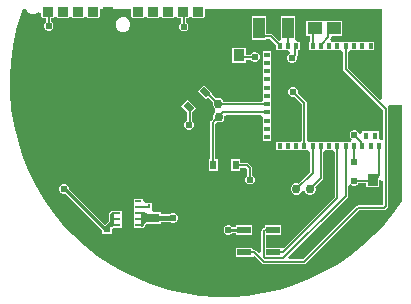
<source format=gtl>
G04*
G04 #@! TF.GenerationSoftware,Altium Limited,Altium Designer,25.4.2 (15)*
G04*
G04 Layer_Physical_Order=1*
G04 Layer_Color=1265191*
%FSTAX24Y24*%
%MOIN*%
G70*
G04*
G04 #@! TF.SameCoordinates,12F9F1C2-4B93-4E5A-9412-C193BA208CB0*
G04*
G04*
G04 #@! TF.FilePolarity,Positive*
G04*
G01*
G75*
%ADD15C,0.0100*%
%ADD17R,0.0377X0.0416*%
%ADD18R,0.0157X0.0197*%
%ADD19R,0.0197X0.0157*%
%ADD20R,0.0453X0.0236*%
%ADD21R,0.0217X0.0315*%
G04:AMPARAMS|DCode=22|XSize=21.7mil|YSize=31.5mil|CornerRadius=0mil|HoleSize=0mil|Usage=FLASHONLY|Rotation=223.000|XOffset=0mil|YOffset=0mil|HoleType=Round|Shape=Rectangle|*
%AMROTATEDRECTD22*
4,1,4,-0.0028,0.0189,0.0187,-0.0041,0.0028,-0.0189,-0.0187,0.0041,-0.0028,0.0189,0.0*
%
%ADD22ROTATEDRECTD22*%

%ADD23R,0.0098X0.0138*%
%ADD24R,0.0413X0.0315*%
%ADD25R,0.0236X0.0098*%
%ADD26R,0.0236X0.0177*%
%ADD27R,0.0236X0.0110*%
%ADD28C,0.0300*%
%ADD29R,0.0394X0.0709*%
%ADD30R,0.0475X0.0417*%
%ADD41C,0.0080*%
%ADD42C,0.0160*%
%AMCUSTOMSHAPE43*
4,1,4,0.0180,0.0000,-0.0180,0.0000,-0.0180,-0.0320,0.0180,-0.0320,0.0180,0.0000,0.0*%
%ADD43CUSTOMSHAPE43*%

%ADD44C,0.0240*%
G36*
X030667Y015816D02*
X030574Y015778D01*
X029525Y016827D01*
Y017375D01*
X0296Y017435D01*
X029662Y017435D01*
X029838Y017435D01*
X029938Y017435D01*
X030113Y017435D01*
X030213Y017435D01*
X030389D01*
Y017712D01*
X030151Y017712D01*
X030051Y017712D01*
X029876Y017712D01*
X029776Y017712D01*
X0296Y017712D01*
X0295Y017712D01*
X029324Y017712D01*
X029224Y017712D01*
X029049Y017712D01*
X028962Y017712D01*
X028955Y01773D01*
X028933Y017812D01*
X028943Y017827D01*
X028949Y017858D01*
X029031Y017902D01*
X029333D01*
Y018398D01*
X028782D01*
X028778Y018398D01*
X028682D01*
X028678Y018398D01*
X028127D01*
Y017902D01*
X028259D01*
Y017712D01*
X028222D01*
Y017435D01*
X02846Y017435D01*
X02856Y017435D01*
X028673D01*
X028735Y017435D01*
Y017435D01*
X028773D01*
X028773Y017435D01*
X029011Y017435D01*
X029111Y017435D01*
X029286Y017435D01*
X029362Y017375D01*
Y016794D01*
X029362Y016794D01*
X029368Y016762D01*
X029385Y016736D01*
X030688Y015433D01*
Y014455D01*
X03068Y014425D01*
X030636Y014418D01*
X030612Y01443D01*
X030546Y014499D01*
Y01472D01*
X030331D01*
X030309Y01472D01*
X030231D01*
X030209Y01472D01*
X029994D01*
Y014691D01*
X029918Y014637D01*
X029894Y014635D01*
X029884Y014645D01*
X029866Y014691D01*
X029821Y014736D01*
X029762Y01476D01*
X029698D01*
X029639Y014736D01*
X029594Y014691D01*
X02957Y014632D01*
Y014568D01*
X029594Y014509D01*
X029639Y014465D01*
X029638Y01446D01*
X029617Y014365D01*
X0295Y014365D01*
X029324D01*
Y014365D01*
X029286D01*
Y014365D01*
X029049Y014365D01*
X028949Y014365D01*
X028773Y014365D01*
X028673Y014365D01*
X028498Y014365D01*
X028398Y014365D01*
X028222Y014365D01*
X028144Y014419D01*
Y015667D01*
X028144Y015667D01*
X028138Y015699D01*
X02812Y015725D01*
X027846Y015999D01*
X02785Y016008D01*
Y016072D01*
X027826Y016131D01*
X027781Y016176D01*
X027722Y0162D01*
X027658D01*
X027599Y016176D01*
X027554Y016131D01*
X02753Y016072D01*
Y016008D01*
X027554Y015949D01*
X027599Y015904D01*
X027658Y01588D01*
X027722D01*
X027731Y015884D01*
X027981Y015634D01*
Y014431D01*
X027908Y014365D01*
X027846Y014365D01*
X027671Y014365D01*
X027571Y014365D01*
X027395Y014365D01*
X027295Y014365D01*
X02712D01*
Y014088D01*
X027357Y014088D01*
X027457Y014088D01*
X027633Y014088D01*
X027733Y014088D01*
X027908Y014088D01*
X028008Y014088D01*
X028184Y014088D01*
X028259Y014029D01*
Y013375D01*
X027864Y012979D01*
X027838Y01299D01*
X027762D01*
X027692Y012961D01*
X027639Y012908D01*
X02761Y012838D01*
Y012762D01*
X027639Y012692D01*
X027692Y012639D01*
X027762Y01261D01*
X027838D01*
X027908Y012639D01*
X027961Y012692D01*
X027971Y012716D01*
X028079D01*
X028089Y012692D01*
X028142Y012639D01*
X028212Y01261D01*
X028288D01*
X028358Y012639D01*
X028411Y012692D01*
X02844Y012762D01*
Y012838D01*
X028429Y012864D01*
X028674Y013109D01*
X028674Y013109D01*
X028692Y013135D01*
X028698Y013166D01*
X028698Y013166D01*
Y014029D01*
X028773Y014088D01*
X028835Y014088D01*
X029011Y014088D01*
X029086Y014029D01*
Y012537D01*
X027389Y01084D01*
X027288Y010844D01*
Y010844D01*
X026792D01*
Y011276D01*
X027288D01*
Y011592D01*
X026756D01*
Y011515D01*
X026729Y011509D01*
X026702Y011492D01*
X026702Y011492D01*
X026652Y011442D01*
X026635Y011415D01*
X026628Y011384D01*
X026628Y011384D01*
Y010691D01*
X026536Y010653D01*
X026445Y010744D01*
X026419Y010761D01*
X026387Y010768D01*
X026304Y010823D01*
Y010844D01*
X025772D01*
Y010528D01*
X026304D01*
Y010528D01*
X026404Y010554D01*
X026648Y01031D01*
X026648Y01031D01*
X026674Y010293D01*
X026706Y010286D01*
X026706Y010286D01*
X028058D01*
X028058Y010286D01*
X028089Y010293D01*
X028116Y01031D01*
X029894Y012088D01*
X030723D01*
X030723Y012088D01*
X030754Y012095D01*
X030781Y012112D01*
X030828Y012159D01*
X030828Y012159D01*
X030845Y012186D01*
X030852Y012217D01*
Y015467D01*
X030852Y015467D01*
X030845Y015498D01*
X030859Y015547D01*
X030878Y015583D01*
X030891Y015597D01*
X031307D01*
Y012388D01*
X031079Y012059D01*
X030747Y011648D01*
X030384Y011262D01*
X029995Y010904D01*
X029579Y010576D01*
X029141Y010279D01*
X028681Y010016D01*
X028204Y009788D01*
X02771Y009596D01*
X027204Y009441D01*
X026688Y009324D01*
X026165Y009246D01*
X025637Y009207D01*
X025107D01*
X02458Y009246D01*
X024056Y009324D01*
X02354Y009441D01*
X023034Y009596D01*
X022541Y009788D01*
X022063Y010016D01*
X021604Y010279D01*
X021165Y010576D01*
X02075Y010904D01*
X02036Y011262D01*
X019997Y011648D01*
X019665Y012059D01*
X019364Y012495D01*
X019096Y012951D01*
X018862Y013426D01*
X018665Y013917D01*
X018504Y014422D01*
X018381Y014937D01*
X018297Y015459D01*
X018252Y015986D01*
X018246Y016516D01*
X01828Y017044D01*
X018352Y017568D01*
X018464Y018086D01*
X018613Y018594D01*
X018686Y018788D01*
X018798D01*
X01882Y018734D01*
X018888Y018667D01*
X018976Y01863D01*
X019071D01*
X01916Y018667D01*
X0192Y018707D01*
X0193Y018669D01*
Y01855D01*
X019313Y018519D01*
X019344Y018507D01*
X019458D01*
Y018369D01*
X019449Y018366D01*
X019404Y018321D01*
X01938Y018262D01*
Y018198D01*
X019404Y018139D01*
X019449Y018094D01*
X019508Y01807D01*
X019572D01*
X019631Y018094D01*
X019676Y018139D01*
X0197Y018198D01*
Y018262D01*
X019676Y018321D01*
X019631Y018366D01*
X019622Y018369D01*
Y018507D01*
X019704D01*
X019734Y018519D01*
X019813Y018519D01*
X019844Y018507D01*
X020204D01*
X020234Y018519D01*
X020313Y018519D01*
X020344Y018507D01*
X020704D01*
X020734Y018519D01*
X020813Y018519D01*
X020844Y018507D01*
X021204D01*
X021234Y018519D01*
X021247Y01855D01*
Y018788D01*
X0223D01*
Y01855D01*
X022313Y018519D01*
X022344Y018507D01*
X022704D01*
X022734Y018519D01*
X022813Y018519D01*
X022844Y018507D01*
X023204D01*
X023234Y018519D01*
X023313Y018519D01*
X023344Y018507D01*
X023704D01*
X023734Y018519D01*
X023813Y018519D01*
X023844Y018507D01*
X023958D01*
Y018349D01*
X023949Y018346D01*
X023904Y018301D01*
X02388Y018242D01*
Y018178D01*
X023904Y018119D01*
X023949Y018074D01*
X024008Y01805D01*
X024072D01*
X024131Y018074D01*
X024176Y018119D01*
X0242Y018178D01*
Y018242D01*
X024176Y018301D01*
X024131Y018346D01*
X024122Y018349D01*
Y018507D01*
X024204D01*
X024234Y018519D01*
X024313Y018519D01*
X024344Y018507D01*
X024704D01*
X024734Y018519D01*
X024747Y01855D01*
Y018788D01*
X030667Y018788D01*
X030667Y015816D01*
D02*
G37*
G36*
X030688Y013062D02*
Y012252D01*
X02986D01*
X02986Y012252D01*
X029829Y012245D01*
X029802Y012228D01*
X029802Y012228D01*
X028024Y010449D01*
X027565D01*
X027527Y010542D01*
X029501Y012515D01*
X029501Y012515D01*
X029519Y012542D01*
X029525Y012573D01*
X029525Y012573D01*
Y012908D01*
X029625Y012949D01*
X029639Y012934D01*
X029698Y01291D01*
X029762D01*
X029821Y012934D01*
X029866Y012979D01*
X029869Y012988D01*
X030111D01*
Y012858D01*
X030569D01*
Y013092D01*
X030588Y013109D01*
X030688Y013062D01*
D02*
G37*
%LPC*%
G36*
X022071Y01852D02*
X021976D01*
X021888Y018483D01*
X02182Y018416D01*
X021784Y018328D01*
Y018232D01*
X02182Y018144D01*
X021888Y018077D01*
X021976Y01804D01*
X022071D01*
X02216Y018077D01*
X022227Y018144D01*
X022264Y018232D01*
Y018328D01*
X022227Y018416D01*
X02216Y018483D01*
X022071Y01852D01*
D02*
G37*
G36*
X027769Y018564D02*
X027295D01*
X027295Y017788D01*
X027216Y017726D01*
X027Y017942D01*
X026974Y01796D01*
X026942Y017966D01*
X026942Y017966D01*
X026785D01*
Y018564D01*
X026311D01*
Y017776D01*
X026785D01*
Y017803D01*
X026909D01*
X02712Y017592D01*
Y017435D01*
X027357Y017435D01*
X027457Y017435D01*
X027534D01*
X027595Y017335D01*
X027586Y017316D01*
X027559Y017306D01*
X027514Y017261D01*
X02749Y017202D01*
Y017138D01*
X027514Y017079D01*
X027559Y017034D01*
X027618Y01701D01*
X027682D01*
X027741Y017034D01*
X027786Y017079D01*
X02781Y017138D01*
Y017202D01*
X027806Y017211D01*
X027819Y017223D01*
X027836Y01725D01*
X027842Y017281D01*
X027842Y017281D01*
Y017435D01*
X027908D01*
Y017712D01*
X027842D01*
X027769Y017776D01*
X027769Y017812D01*
Y018564D01*
D02*
G37*
G36*
X026109Y017498D02*
X025651D01*
Y017002D01*
X026109D01*
Y017114D01*
X026271D01*
X026274Y017105D01*
X026319Y01706D01*
X026378Y017036D01*
X026442D01*
X026501Y01706D01*
X026546Y017105D01*
X02657Y017164D01*
Y017228D01*
X026546Y017287D01*
X026501Y017332D01*
X026442Y017356D01*
X026378D01*
X026319Y017332D01*
X026274Y017287D01*
X026271Y017278D01*
X026109D01*
Y017498D01*
D02*
G37*
G36*
X026963Y017397D02*
X026687D01*
X026687Y017159D01*
X026687Y017059D01*
X026687Y016884D01*
X026687Y016784D01*
X026687Y016608D01*
X026687Y016508D01*
X026687Y016332D01*
X026687Y016232D01*
X026687Y016057D01*
X026687Y015957D01*
X026687Y015781D01*
X026627Y015706D01*
X025374D01*
X025361Y015738D01*
X025308Y015791D01*
X025238Y01582D01*
X025162D01*
X025136Y015809D01*
X025001Y015944D01*
X025002Y015992D01*
Y015992D01*
X024733Y016281D01*
X024516Y016078D01*
X024785Y01579D01*
X024858Y015857D01*
X025021Y015694D01*
X02501Y015668D01*
Y015592D01*
X025039Y015522D01*
X025092Y015469D01*
X025098Y015414D01*
X025095Y01536D01*
X025049Y015313D01*
X02502Y015243D01*
Y015168D01*
X025028Y015148D01*
X024951Y015077D01*
X02495Y015076D01*
X024948Y015075D01*
X02494Y015063D01*
X024932Y015051D01*
X024932Y01505D01*
X024931Y015048D01*
X024928Y015034D01*
X024924Y01502D01*
X024925Y015019D01*
X024924Y015017D01*
Y01379D01*
X024878D01*
Y013395D01*
X025174D01*
Y01379D01*
X025088D01*
Y01495D01*
X025172Y015016D01*
X025248D01*
X025317Y015045D01*
X025371Y015098D01*
X0254Y015168D01*
Y015243D01*
X025492Y015267D01*
X026627D01*
X026687Y015192D01*
X026687Y01513D01*
X026687Y014955D01*
X026687Y014855D01*
X026687Y014679D01*
X026687Y014579D01*
Y014403D01*
X026963D01*
X026963Y014641D01*
X026963Y014741D01*
X026963Y014916D01*
X026963Y015016D01*
X026963Y015192D01*
X026963Y015292D01*
X026963Y015468D01*
X026963Y015568D01*
X026963Y015743D01*
X026963Y015843D01*
X026963Y016019D01*
X026963Y016119D01*
X026963Y016294D01*
X026963Y016394D01*
X026963Y01657D01*
X026963Y01667D01*
X026963Y016846D01*
X026963Y016946D01*
X026963Y017121D01*
X026963Y017221D01*
Y017397D01*
D02*
G37*
G36*
X024186Y015771D02*
X023969Y015568D01*
X024164Y015359D01*
Y01509D01*
X024129Y015076D01*
X024084Y015031D01*
X02406Y014972D01*
Y014908D01*
X024084Y014849D01*
X024129Y014804D01*
X024188Y01478D01*
X024252D01*
X024311Y014804D01*
X024356Y014849D01*
X02438Y014908D01*
Y014972D01*
X024356Y015031D01*
X024327Y015059D01*
Y015362D01*
X024455Y015482D01*
X024186Y015771D01*
D02*
G37*
G36*
X025922Y01379D02*
X025626D01*
Y013395D01*
X025922D01*
Y013508D01*
X026109D01*
X026168Y013449D01*
Y013249D01*
X026159Y013246D01*
X026114Y013201D01*
X02609Y013142D01*
Y013078D01*
X026114Y013019D01*
X026159Y012974D01*
X026218Y01295D01*
X026282D01*
X026341Y012974D01*
X026386Y013019D01*
X02641Y013078D01*
Y013142D01*
X026386Y013201D01*
X026341Y013246D01*
X026332Y013249D01*
Y013483D01*
X026332Y013483D01*
X026325Y013514D01*
X026308Y013541D01*
X026308Y013541D01*
X026201Y013648D01*
X026174Y013665D01*
X026143Y013672D01*
X026143Y013672D01*
X025922D01*
Y01379D01*
D02*
G37*
G36*
X022692Y012473D02*
X022376D01*
X022376Y012294D01*
X022376Y012194D01*
X022376Y012098D01*
X022376Y012001D01*
X022376Y011882D01*
X022376D01*
Y011704D01*
X022376D01*
Y011686D01*
X022376D01*
Y011495D01*
X022592D01*
X02261Y011495D01*
X022614Y011494D01*
X022614Y011494D01*
X022681Y011494D01*
X022688Y011495D01*
X022689Y011494D01*
X022692Y011495D01*
Y011496D01*
X0227Y011501D01*
X022712Y011506D01*
X022713Y01151D01*
X022717Y011513D01*
X022801Y011639D01*
X023281D01*
Y011715D01*
X023579D01*
X023593Y011701D01*
X023651Y011677D01*
X023715D01*
X023774Y011701D01*
X023819Y011746D01*
X023843Y011805D01*
Y011869D01*
X023819Y011927D01*
X023774Y011973D01*
X023715Y011997D01*
X023651D01*
X023593Y011973D01*
X023579Y011959D01*
X023281D01*
Y012034D01*
X023009D01*
X022974Y01212D01*
X022974Y012134D01*
Y012337D01*
X022795D01*
Y012337D01*
X022792Y012336D01*
X022741Y012357D01*
X022692Y012402D01*
Y012473D01*
D02*
G37*
G36*
X020081Y01296D02*
X020018D01*
X019959Y012935D01*
X019914Y01289D01*
X01989Y012831D01*
Y012768D01*
X019914Y012709D01*
X019959Y012664D01*
X020018Y01264D01*
X020081D01*
X020101Y012648D01*
X021326Y011423D01*
Y011295D01*
X021642D01*
Y011473D01*
X021727Y011507D01*
X021984D01*
Y011686D01*
X021984D01*
Y011704D01*
X021984D01*
Y011882D01*
X021984D01*
Y011901D01*
X021984D01*
Y012079D01*
X021668D01*
Y01207D01*
X021654D01*
X021624Y012057D01*
X021554Y011987D01*
X021541Y011957D01*
Y011735D01*
X021407Y011601D01*
X02021Y012799D01*
Y012831D01*
X020185Y01289D01*
X02014Y012935D01*
X020081Y01296D01*
D02*
G37*
G36*
X025566Y011594D02*
X025502D01*
X025443Y01157D01*
X025398Y011525D01*
X025374Y011466D01*
Y011402D01*
X025398Y011343D01*
X025443Y011298D01*
X025502Y011274D01*
X025566D01*
X025625Y011298D01*
X025668Y011342D01*
X025772D01*
Y011276D01*
X026304D01*
Y011592D01*
X025772D01*
Y011526D01*
X025668D01*
X025625Y01157D01*
X025566Y011594D01*
D02*
G37*
%LPD*%
G36*
X022834Y011987D02*
Y011687D01*
X022781D01*
X022681Y011537D01*
X022614D01*
Y012037D01*
X022734D01*
X022834Y011987D01*
D02*
G37*
G36*
X021724Y011553D02*
X021559Y011487D01*
X021394D01*
Y011527D01*
X021584Y011717D01*
Y011957D01*
X021654Y012027D01*
X021724D01*
Y011553D01*
D02*
G37*
D15*
X025534Y011434D02*
X026038D01*
X02005Y0128D02*
X020065Y012784D01*
X020094D01*
X021455Y011424D01*
X021484D01*
D17*
X02588Y01725D02*
D03*
Y017802D02*
D03*
X03034Y013106D02*
D03*
Y012554D02*
D03*
D18*
X02779Y014227D02*
D03*
X028341D02*
D03*
X027514D02*
D03*
X027238Y017573D02*
D03*
X03027D02*
D03*
X030112Y014581D02*
D03*
X029994Y014227D02*
D03*
X029719D02*
D03*
Y017573D02*
D03*
X029994D02*
D03*
X027238Y014227D02*
D03*
X028616D02*
D03*
X028892D02*
D03*
X03027D02*
D03*
X030546D02*
D03*
X029443Y017573D02*
D03*
X029168D02*
D03*
X028892D02*
D03*
X028616D02*
D03*
X028341D02*
D03*
X028065Y014227D02*
D03*
X027514Y017573D02*
D03*
X029443Y014227D02*
D03*
X029168D02*
D03*
X030427Y014581D02*
D03*
X02779Y017573D02*
D03*
X028065D02*
D03*
X030546D02*
D03*
D19*
X026825Y016727D02*
D03*
Y015349D02*
D03*
Y014798D02*
D03*
Y015073D02*
D03*
Y015624D02*
D03*
Y0159D02*
D03*
Y016176D02*
D03*
Y016451D02*
D03*
Y017002D02*
D03*
Y017278D02*
D03*
Y014522D02*
D03*
Y014246D02*
D03*
Y017554D02*
D03*
D20*
X027022Y010686D02*
D03*
Y01106D02*
D03*
Y011434D02*
D03*
X026038D02*
D03*
Y010686D02*
D03*
D21*
X0254Y012608D02*
D03*
X025774Y013592D02*
D03*
X025026D02*
D03*
D22*
X023814Y0165D02*
D03*
X024212Y015525D02*
D03*
X024759Y016035D02*
D03*
D23*
X022884Y012445D02*
D03*
Y012229D02*
D03*
D24*
X023034Y011108D02*
D03*
Y011837D02*
D03*
D25*
X021826Y012384D02*
D03*
Y012187D02*
D03*
X022534Y01199D02*
D03*
Y011793D02*
D03*
X021826Y011596D02*
D03*
Y011793D02*
D03*
Y01199D02*
D03*
X022534Y012187D02*
D03*
Y012384D02*
D03*
D26*
X021484Y01105D02*
D03*
Y011424D02*
D03*
D27*
X022534Y01159D02*
D03*
D28*
X0252Y01563D02*
D03*
X02825Y0128D02*
D03*
X0278D02*
D03*
X02521Y015206D02*
D03*
D29*
X026548Y01817D02*
D03*
X027532D02*
D03*
D30*
X028405Y01815D02*
D03*
X029055D02*
D03*
D41*
X025958Y017682D02*
Y017684D01*
X02536Y01791D02*
X025731D01*
X025958Y017684D01*
X0297Y01239D02*
X03028D01*
X03045Y01256D01*
X027358Y010488D02*
X029443Y012573D01*
Y014227D01*
X02676Y010488D02*
X027358D01*
X029443Y016794D02*
Y017573D01*
Y016794D02*
X03077Y015467D01*
Y012217D02*
Y015467D01*
X02986Y01217D02*
X030723D01*
X03077Y012217D01*
X03045Y018033D02*
Y01806D01*
X030546Y017573D02*
Y017937D01*
X03045Y018033D02*
X030546Y017937D01*
X023541Y016774D02*
X023814Y0165D01*
X02342Y01679D02*
X023436Y016774D01*
X023776Y016434D02*
Y016434D01*
X023436Y016774D02*
X023541D01*
X024246Y014993D02*
Y015537D01*
X02422Y014967D02*
X024246Y014993D01*
Y015537D02*
X024246Y015537D01*
X02422Y01494D02*
Y014967D01*
X02489Y01594D02*
X0252Y01563D01*
X024798Y01594D02*
X02489D01*
X02765Y01717D02*
X027761Y017281D01*
Y017544D01*
X02779Y017573D01*
X02596Y017251D02*
X026015Y017196D01*
X02641D01*
X027511Y011341D02*
X02753Y01136D01*
X027511Y011151D02*
Y011341D01*
X02742Y01106D02*
X027511Y011151D01*
X02676Y011434D02*
X027022D01*
X02671Y011384D02*
X02676Y011434D01*
X02671Y010538D02*
Y011384D01*
X027022Y01106D02*
X02742D01*
X02735Y010686D02*
X029168Y012504D01*
Y014227D01*
X028058Y010368D02*
X02986Y01217D01*
X026706Y010368D02*
X028058D01*
X028645Y017573D02*
Y017635D01*
X02973Y01307D02*
X030408D01*
X025766Y01359D02*
X026143D01*
X025006Y013582D02*
Y015017D01*
X027022Y010686D02*
X02735D01*
X026038D02*
X026387D01*
X026706Y010368D01*
X02671Y010538D02*
X02676Y010488D01*
X028063Y017571D02*
X028065Y017573D01*
X026925Y017525D02*
X02731Y01714D01*
X026854Y017525D02*
X026925D01*
X028063Y016863D02*
Y017571D01*
X02731Y01686D02*
Y01714D01*
X026825Y017554D02*
X026854Y017525D01*
X02806Y01686D02*
X028063Y016863D01*
X026825Y013882D02*
Y014246D01*
X02674Y013797D02*
X026825Y013882D01*
X02674Y01377D02*
Y013797D01*
X025353Y012551D02*
X0254Y012598D01*
X025353Y012367D02*
Y012551D01*
X025294Y012309D02*
X025353Y012367D01*
X02145Y01826D02*
Y018717D01*
X02143Y018737D02*
X02145Y018717D01*
X024909Y012309D02*
X025294D01*
X0249Y0123D02*
X024909Y012309D01*
X022884Y012445D02*
X023332D01*
X023034Y011108D02*
X023735D01*
X021537Y01245D02*
X021603Y012384D01*
X02151Y01245D02*
X021537D01*
X021603Y012384D02*
X021826D01*
X021153Y012187D02*
X021826D01*
X02127Y01105D02*
X021484D01*
X02113Y01119D02*
X02127Y01105D01*
X026143Y01359D02*
X02625Y013483D01*
Y01311D02*
Y013483D01*
X01954Y01823D02*
Y018714D01*
X02404Y01821D02*
Y018694D01*
X022884Y012209D02*
Y012229D01*
X022862Y012187D02*
X022884Y012209D01*
X022534Y012187D02*
X022862D01*
X030408Y01307D02*
X03045Y013112D01*
X030546Y01328D01*
Y014227D01*
X029719Y013711D02*
X02972Y01371D01*
X029719Y014227D02*
X029719Y014226D01*
Y013711D02*
Y014226D01*
X029956Y014266D02*
Y014374D01*
X02973Y0146D02*
X029956Y014374D01*
Y014266D02*
X029994Y014227D01*
X025206Y015624D02*
X026825D01*
X0252Y01563D02*
X025206Y015624D01*
X025006Y015017D02*
X02521Y015206D01*
X025006Y013582D02*
X025026Y013592D01*
X028616Y013166D02*
Y014227D01*
X02825Y0128D02*
X028616Y013166D01*
X02521Y015206D02*
X025225D01*
X028063Y014229D02*
X028065Y014227D01*
X02769Y01604D02*
X028063Y015667D01*
X026942Y017884D02*
X027238Y017588D01*
X025225Y015206D02*
X025368Y015349D01*
X026825D01*
X028616Y017573D02*
X028645D01*
X028341Y018086D02*
X028405Y01815D01*
X028341Y017573D02*
Y018086D01*
X028868Y017858D02*
Y017992D01*
X029026Y01815D01*
X029055D01*
X027234Y014223D02*
X027238Y014227D01*
X028063Y014229D02*
Y015667D01*
X028645Y017635D02*
X028868Y017858D01*
X026695Y017884D02*
X026942D01*
X026548Y018031D02*
Y01817D01*
Y018031D02*
X026695Y017884D01*
X027238Y017573D02*
Y017588D01*
X027514Y017573D02*
Y018152D01*
X027532Y01817D01*
X028341Y013341D02*
Y014227D01*
X0278Y0128D02*
X028341Y013341D01*
D42*
X023034Y011837D02*
X023683D01*
D43*
X020024Y01887D02*
D03*
X021024D02*
D03*
X020524D02*
D03*
X021524D02*
D03*
X019524D02*
D03*
X023024D02*
D03*
X024024D02*
D03*
X023524D02*
D03*
X024524D02*
D03*
X022524D02*
D03*
D44*
X02536Y01791D02*
D03*
X0297Y01239D02*
D03*
X02838Y01619D02*
D03*
Y01494D02*
D03*
Y01244D02*
D03*
Y01119D02*
D03*
X02713Y01619D02*
D03*
Y01494D02*
D03*
Y01369D02*
D03*
Y01244D02*
D03*
Y00994D02*
D03*
X02588Y01244D02*
D03*
Y00994D02*
D03*
X02463Y01744D02*
D03*
Y01244D02*
D03*
Y01119D02*
D03*
Y00994D02*
D03*
X02338Y01744D02*
D03*
Y01494D02*
D03*
Y01369D02*
D03*
Y00994D02*
D03*
X02213Y01744D02*
D03*
Y01619D02*
D03*
Y01494D02*
D03*
Y01244D02*
D03*
Y01119D02*
D03*
X02088Y01744D02*
D03*
Y01369D02*
D03*
Y01244D02*
D03*
Y01119D02*
D03*
X01963Y01744D02*
D03*
Y01619D02*
D03*
X03045Y01806D02*
D03*
X02005Y0128D02*
D03*
X02342Y01679D02*
D03*
X02422Y01494D02*
D03*
X024479Y015861D02*
D03*
X02765Y01717D02*
D03*
X02641Y017196D02*
D03*
X02753Y01136D02*
D03*
X025534Y011434D02*
D03*
X02806Y01686D02*
D03*
X02731D02*
D03*
X02616Y01586D02*
D03*
X02568Y01585D02*
D03*
X02674Y01377D02*
D03*
X02417Y01373D02*
D03*
X02145Y01826D02*
D03*
X0249Y0123D02*
D03*
X023332Y012445D02*
D03*
X023735Y011108D02*
D03*
X02151Y01245D02*
D03*
X021153Y012187D02*
D03*
X02113Y01119D02*
D03*
X02625Y01311D02*
D03*
X02404Y01821D02*
D03*
X01954Y01823D02*
D03*
X023683Y011837D02*
D03*
X02973Y01307D02*
D03*
X02972Y01371D02*
D03*
X02973Y0146D02*
D03*
X02769Y01604D02*
D03*
M02*

</source>
